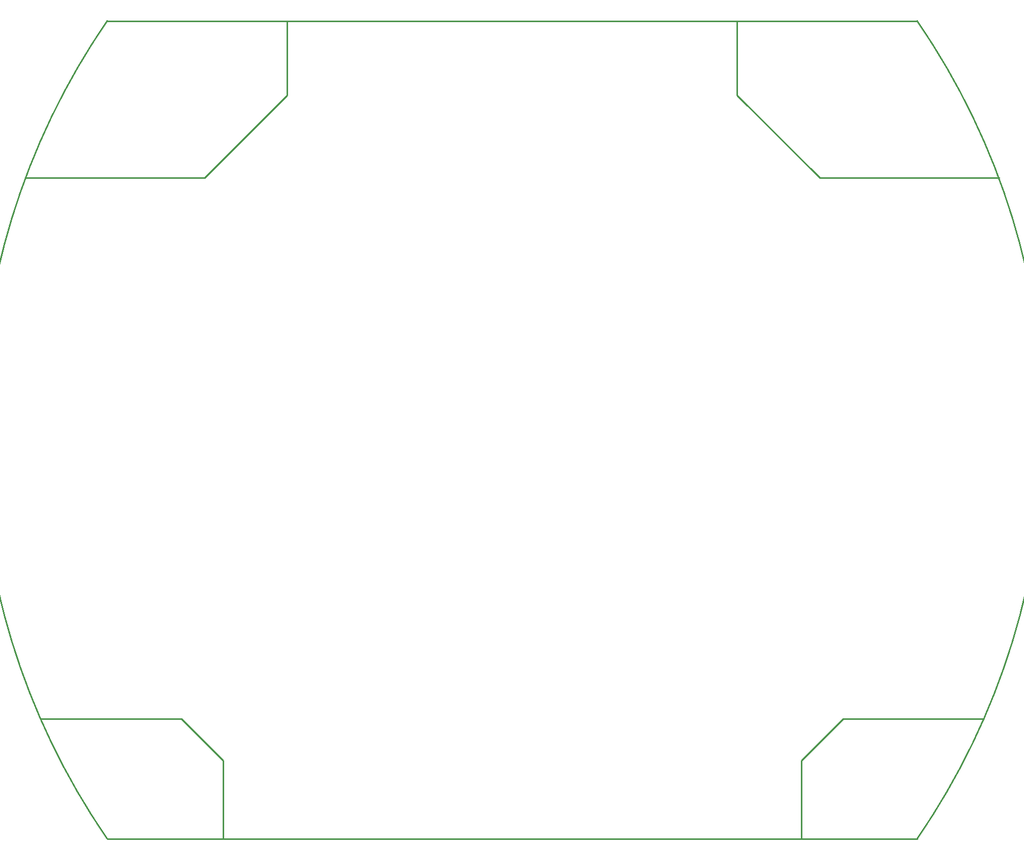
<source format=gko>
G04*
G04 #@! TF.GenerationSoftware,Altium Limited,Altium Designer,19.1.5 (86)*
G04*
G04 Layer_Color=16711935*
%FSLAX25Y25*%
%MOIN*%
G70*
G01*
G75*
%ADD18C,0.01000*%
D18*
X523983Y12D02*
G03*
X523983Y528988I-384883J264488D01*
G01*
X25Y529000D02*
G03*
X17Y12I384875J-264500D01*
G01*
X75000Y50000D02*
Y50500D01*
Y0D02*
Y50000D01*
X475000Y76500D02*
X476000Y77500D01*
X449000Y50500D02*
X475000Y76500D01*
X449000Y50000D02*
Y50500D01*
X-28000Y77500D02*
X-27500D01*
X-43000Y77500D02*
X48000Y77500D01*
X75000Y50500D01*
X449000Y0D02*
Y50000D01*
X476000Y77500D02*
X567000D01*
X407500Y481000D02*
X461000Y427500D01*
X577000D01*
X407500Y481000D02*
Y529000D01*
X-53000Y427500D02*
X63000D01*
X116500Y481000D01*
Y529000D01*
X0Y0D02*
X524000D01*
X0Y529000D02*
X524000D01*
M02*

</source>
